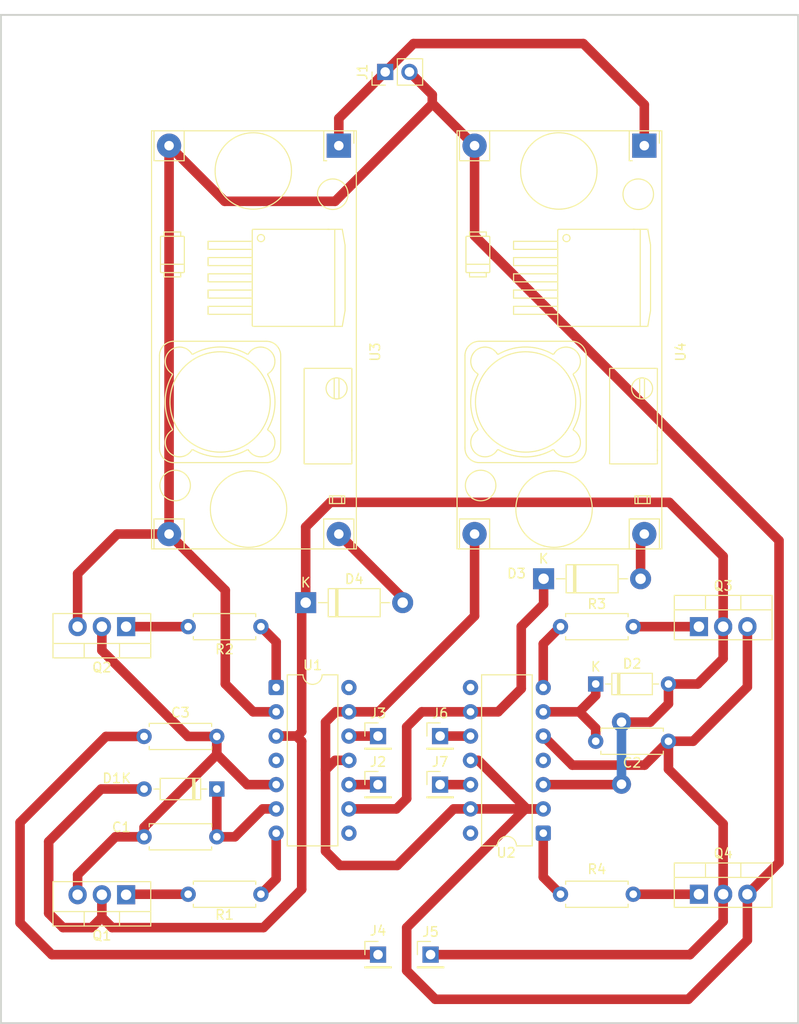
<source format=kicad_pcb>
(kicad_pcb (version 20241229) (generator "pcbnew") (generator_version "9.0")
  (layers (0 "F.Cu" signal) (2 "B.Cu" signal) (13 "F.Paste" user) (15 "B.Paste" user) (5 "F.SilkS" user "F.Silkscreen") (7 "B.SilkS" user "B.Silkscreen") (1 "F.Mask" user) (3 "B.Mask" user) (25 "Edge.Cuts" user))
  (net 0 "")
  (net 1 "/OUT_A")
  (net 2 "Net-(D1-K)")
  (net 3 "Net-(D2-K)")
  (net 4 "/OUT_B")
  (net 5 "Net-(J4-Pin_1)")
  (net 6 "GND")
  (net 7 "+24V")
  (net 8 "+12V")
  (net 9 "+5V")
  (net 10 "PWM_HI1")
  (net 11 "PWM_LO1")
  (net 12 "PWM_HI2")
  (net 13 "PWM_LO2")
  (net 14 "/Q1_G")
  (net 15 "/Q2_G")
  (net 16 "/Q3_G")
  (net 17 "/Q4_G")
  (net 18 "/HO_1")
  (net 19 "/LO_1")
  (net 20 "/HO_2")
  (net 21 "/LO_2")
  (net 28 "Net-(D3-A)")
  (net 29 "Net-(D4-A)")
  (footprint "Diode_THT:D_DO-35_SOD27_P7.62mm_Horizontal" (layer "F.Cu") (at 170.3 114.51)
    (property "Reference" "D2" (at 3.81 -2.12 0) (layer "F.SilkS"))
    (property "Value" "1N4148")
    (fp_text user "K" (at 0 -1.8 0) (layer "F.SilkS"))
    (pad "1" thru_hole rect (at 0 0) (size 1.6 1.6) (drill 0.8) (layers "*.Cu" "*.Mask") (net 3 "Net-(D2-K)"))
    (pad "2" thru_hole oval (at 7.62 0) (size 1.6 1.6) (drill 0.8) (layers "*.Cu" "*.Mask") (net 8 "+12V"))
  )
  (footprint "Diode_THT:D_DO-35_SOD27_P7.62mm_Horizontal" (layer "F.Cu") (at 130.61 125.5 180)
    (property "Reference" "D1" (at 11 1.12 0) (layer "F.SilkS"))
    (property "Value" "1N4148")
    (fp_text user "K" (at 9.5 1.12 0) (layer "F.SilkS"))
    (pad "1" thru_hole rect (at 0 0 180) (size 1.6 1.6) (drill 0.8) (layers "*.Cu" "*.Mask") (net 2 "Net-(D1-K)"))
    (pad "2" thru_hole oval (at 7.62 0 180) (size 1.6 1.6) (drill 0.8) (layers "*.Cu" "*.Mask") (net 8 "+12V"))
  )
  (footprint "Diode_THT:D_DO-41_SOD81_P10.16mm_Horizontal" (layer "F.Cu") (at 139.92 106)
    (property "Reference" "D4" (at 5.08 -2.47 0) (layer "F.SilkS"))
    (property "Value" "1N5817")
    (fp_text user "K" (at 0 -2.1 0) (layer "F.SilkS"))
    (pad "1" thru_hole rect (at 0 0) (size 2.2 2.2) (drill 1.1) (layers "*.Cu" "*.Mask") (net 8 "+12V"))
    (pad "2" thru_hole oval (at 10.16 0) (size 2.2 2.2) (drill 1.1) (layers "*.Cu" "*.Mask") (net 29 "Net-(D4-A)"))
  )
  (footprint "Package_TO_SOT_THT:TO-220-3_Vertical" (layer "F.Cu") (at 181.11 108.51)
    (property "Reference" "Q3" (at 2.54 -4.27 0) (layer "F.SilkS"))
    (property "Value" "IRFZ46NPBF")
    (pad "1" thru_hole rect (at 0 0) (size 1.905 2) (drill 1.1) (layers "*.Cu" "*.Mask") (net 16 "/Q3_G"))
    (pad "2" thru_hole oval (at 2.54 0) (size 1.905 2) (drill 1.1) (layers "*.Cu" "*.Mask") (net 8 "+12V"))
    (pad "3" thru_hole oval (at 5.08 0) (size 1.905 2) (drill 1.1) (layers "*.Cu" "*.Mask") (net 4 "/OUT_B"))
  )
  (footprint "Package_TO_SOT_THT:TO-220-3_Vertical" (layer "F.Cu") (at 181.11 136.51)
    (property "Reference" "Q4" (at 2.54 -4.27 0) (layer "F.SilkS"))
    (property "Value" "IRFZ46NPBF")
    (pad "1" thru_hole rect (at 0 0) (size 1.905 2) (drill 1.1) (layers "*.Cu" "*.Mask") (net 17 "/Q4_G"))
    (pad "2" thru_hole oval (at 2.54 0) (size 1.905 2) (drill 1.1) (layers "*.Cu" "*.Mask") (net 4 "/OUT_B"))
    (pad "3" thru_hole oval (at 5.08 0) (size 1.905 2) (drill 1.1) (layers "*.Cu" "*.Mask") (net 6 "GND"))
  )
  (footprint "Connector_PinHeader_2.54mm:PinHeader_1x01_P2.54mm_Vertical" (layer "F.Cu") (at 154 125.04)
    (property "Reference" "J7" (at 0 -2.38 0) (layer "F.SilkS"))
    (property "Value" "Conn_01x01_Pin")
    (pad "1" thru_hole rect (at 0 0) (size 1.7 1.7) (drill 1) (layers "*.Cu" "*.Mask") (net 13 "PWM_LO2"))
  )
  (footprint "Package_TO_SOT_THT:TO-220-3_Vertical" (layer "F.Cu") (at 121.11 108.51 180)
    (property "Reference" "Q2" (at 2.54 -4.27 0) (layer "F.SilkS"))
    (property "Value" "IRFZ46NPBF")
    (pad "1" thru_hole rect (at 0 0 180) (size 1.905 2) (drill 1.1) (layers "*.Cu" "*.Mask") (net 15 "/Q2_G"))
    (pad "2" thru_hole oval (at 2.54 0 180) (size 1.905 2) (drill 1.1) (layers "*.Cu" "*.Mask") (net 1 "/OUT_A"))
    (pad "3" thru_hole oval (at 5.08 0 180) (size 1.905 2) (drill 1.1) (layers "*.Cu" "*.Mask") (net 6 "GND"))
  )
  (footprint "Connector_PinHeader_2.54mm:PinHeader_1x01_P2.54mm_Vertical" (layer "F.Cu") (at 147.5 119.96)
    (property "Reference" "J3" (at 0 -2.38 0) (layer "F.SilkS"))
    (property "Value" "Conn_01x01_Pin")
    (pad "1" thru_hole rect (at 0 0) (size 1.7 1.7) (drill 1) (layers "*.Cu" "*.Mask") (net 11 "PWM_LO1"))
  )
  (footprint "Package_TO_SOT_THT:TO-220-3_Vertical" (layer "F.Cu") (at 121.11 136.565 180)
    (property "Reference" "Q1" (at 2.54 -4.27 0) (layer "F.SilkS"))
    (property "Value" "IRFZ46NPBF")
    (pad "1" thru_hole rect (at 0 0 180) (size 1.905 2) (drill 1.1) (layers "*.Cu" "*.Mask") (net 14 "/Q1_G"))
    (pad "2" thru_hole oval (at 2.54 0 180) (size 1.905 2) (drill 1.1) (layers "*.Cu" "*.Mask") (net 8 "+12V"))
    (pad "3" thru_hole oval (at 5.08 0 180) (size 1.905 2) (drill 1.1) (layers "*.Cu" "*.Mask") (net 1 "/OUT_A"))
  )
  (footprint "Connector_PinHeader_2.54mm:PinHeader_1x01_P2.54mm_Vertical" (layer "F.Cu") (at 153 142.83)
    (property "Reference" "J5" (at 0 -2.38 0) (layer "F.SilkS"))
    (property "Value" "Conn_01x01_Socket")
    (pad "1" thru_hole rect (at 0 0) (size 1.7 1.7) (drill 1) (layers "*.Cu" "*.Mask") (net 4 "/OUT_B"))
  )
  (footprint "Resistor_THT:R_Axial_DIN0207_L6.3mm_D2.5mm_P7.62mm_Horizontal" (layer "F.Cu") (at 127.61 136.51)
    (property "Reference" "R1" (at 3.81 2.15 0) (layer "F.SilkS"))
    (property "Value" "10Ω")
    (pad "1" thru_hole circle (at 0 0) (size 1.6 1.6) (drill 0.8) (layers "*.Cu" "*.Mask") (net 14 "/Q1_G"))
    (pad "2" thru_hole oval (at 7.62 0) (size 1.6 1.6) (drill 0.8) (layers "*.Cu" "*.Mask") (net 18 "/HO_1"))
  )
  (footprint "Resistor_THT:R_Axial_DIN0207_L6.3mm_D2.5mm_P7.62mm_Horizontal" (layer "F.Cu") (at 130.61 120 180)
    (property "Reference" "C3" (at 3.81 2.5 0) (layer "F.SilkS"))
    (property "Value" "330nF")
    (pad "1" thru_hole circle (at 0 0 180) (size 1.6 1.6) (drill 0.8) (layers "*.Cu" "*.Mask") (net 1 "/OUT_A"))
    (pad "2" thru_hole oval (at 7.62 0 180) (size 1.6 1.6) (drill 0.8) (layers "*.Cu" "*.Mask") (net 5 "Net-(J4-Pin_1)"))
  )
  (footprint "LM2596S-Module:YAAJ_DCDC_StepDown_LM2596" (layer "F.Cu") (at 143.39 58.18 -90)
    (property "Reference" "U3" (at 21.59 -3.81 90) (layer "F.SilkS"))
    (property "Value" "YAAJ_DCDC_StepDown_LM2596")
    (pad "1" thru_hole rect (at 0 0 270) (size 2.54 2.54) (drill 1) (layers "*.Cu" "*.Mask") (net 7 "+24V"))
    (pad "2" thru_hole circle (at 0 17.78 270) (size 2.54 2.54) (drill 1) (layers "*.Cu" "*.Mask") (net 6 "GND"))
    (pad "3" thru_hole circle (at 40.64 17.78 270) (size 2.54 2.54) (drill 1) (layers "*.Cu" "*.Mask") (net 6 "GND"))
    (pad "4" thru_hole circle (at 40.64 0 270) (size 2.54 2.54) (drill 1) (layers "*.Cu" "*.Mask") (net 29 "Net-(D4-A)"))
  )
  (footprint "Resistor_THT:R_Axial_DIN0207_L6.3mm_D2.5mm_P7.62mm_Horizontal" (layer "F.Cu") (at 166.61 136.51)
    (property "Reference" "R4" (at 3.81 -2.62 0) (layer "F.SilkS"))
    (property "Value" "10Ω")
    (pad "1" thru_hole circle (at 0 0) (size 1.6 1.6) (drill 0.8) (layers "*.Cu" "*.Mask") (net 21 "/LO_2"))
    (pad "2" thru_hole oval (at 7.62 0) (size 1.6 1.6) (drill 0.8) (layers "*.Cu" "*.Mask") (net 17 "/Q4_G"))
  )
  (footprint "LM2596S-Module:YAAJ_DCDC_StepDown_LM2596" (layer "F.Cu") (at 175.39 58.18 -90)
    (property "Reference" "U4" (at 21.59 -3.81 90) (layer "F.SilkS"))
    (property "Value" "YAAJ_DCDC_StepDown_LM2596")
    (pad "1" thru_hole rect (at 0 0 270) (size 2.54 2.54) (drill 1) (layers "*.Cu" "*.Mask") (net 7 "+24V"))
    (pad "2" thru_hole circle (at 0 17.78 270) (size 2.54 2.54) (drill 1) (layers "*.Cu" "*.Mask") (net 6 "GND"))
    (pad "3" thru_hole circle (at 40.64 17.78 270) (size 2.54 2.54) (drill 1) (layers "*.Cu" "*.Mask") (net 6 "GND"))
    (pad "4" thru_hole circle (at 40.64 0 270) (size 2.54 2.54) (drill 1) (layers "*.Cu" "*.Mask") (net 28 "Net-(D3-A)"))
  )
  (footprint "Resistor_THT:R_Axial_DIN0207_L6.3mm_D2.5mm_P7.62mm_Horizontal" (layer "F.Cu") (at 135.23 108.51 180)
    (property "Reference" "R2" (at 3.81 -2.37 0) (layer "F.SilkS"))
    (property "Value" "10Ω")
    (pad "1" thru_hole circle (at 0 0 180) (size 1.6 1.6) (drill 0.8) (layers "*.Cu" "*.Mask") (net 19 "/LO_1"))
    (pad "2" thru_hole oval (at 7.62 0 180) (size 1.6 1.6) (drill 0.8) (layers "*.Cu" "*.Mask") (net 15 "/Q2_G"))
  )
  (footprint "Package_DIP:DIP-14_W7.62mm" (layer "F.Cu") (at 136.83 114.88)
    (property "Reference" "U1" (at 3.81 -2.33 0) (layer "F.SilkS"))
    (property "Value" "IR2110")
    (pad "1" thru_hole roundrect (at 0 0) (size 1.6 1.6) (drill 0.8) (layers "*.Cu" "*.Mask") (roundrect_rratio 0.15625) (net 19 "/LO_1"))
    (pad "2" thru_hole circle (at 0 2.54) (size 1.6 1.6) (drill 0.8) (layers "*.Cu" "*.Mask") (net 6 "GND"))
    (pad "3" thru_hole circle (at 0 5.08) (size 1.6 1.6) (drill 0.8) (layers "*.Cu" "*.Mask") (net 8 "+12V"))
    (pad "4" thru_hole circle (at 0 7.62) (size 1.6 1.6) (drill 0.8) (layers "*.Cu" "*.Mask"))
    (pad "5" thru_hole circle (at 0 10.16) (size 1.6 1.6) (drill 0.8) (layers "*.Cu" "*.Mask") (net 1 "/OUT_A"))
    (pad "6" thru_hole circle (at 0 12.7) (size 1.6 1.6) (drill 0.8) (layers "*.Cu" "*.Mask") (net 2 "Net-(D1-K)"))
    (pad "7" thru_hole circle (at 0 15.24) (size 1.6 1.6) (drill 0.8) (layers "*.Cu" "*.Mask") (net 18 "/HO_1"))
    (pad "8" thru_hole circle (at 7.62 15.24) (size 1.6 1.6) (drill 0.8) (layers "*.Cu" "*.Mask"))
    (pad "9" thru_hole circle (at 7.62 12.7) (size 1.6 1.6) (drill 0.8) (layers "*.Cu" "*.Mask") (net 9 "+5V"))
    (pad "10" thru_hole circle (at 7.62 10.16) (size 1.6 1.6) (drill 0.8) (layers "*.Cu" "*.Mask") (net 10 "PWM_HI1"))
    (pad "11" thru_hole circle (at 7.62 7.62) (size 1.6 1.6) (drill 0.8) (layers "*.Cu" "*.Mask") (net 6 "GND"))
    (pad "12" thru_hole circle (at 7.62 5.08) (size 1.6 1.6) (drill 0.8) (layers "*.Cu" "*.Mask") (net 11 "PWM_LO1"))
    (pad "13" thru_hole circle (at 7.62 2.54) (size 1.6 1.6) (drill 0.8) (layers "*.Cu" "*.Mask") (net 6 "GND"))
    (pad "14" thru_hole circle (at 7.62 0) (size 1.6 1.6) (drill 0.8) (layers "*.Cu" "*.Mask"))
  )
  (footprint "Connector_PinHeader_2.54mm:PinHeader_1x02_P2.54mm_Vertical" (layer "F.Cu") (at 148.25 50.4675 90)
    (property "Reference" "J1" (at 0 -2.38 90) (layer "F.SilkS"))
    (property "Value" "Conn_01x02_Socket")
    (pad "1" thru_hole rect (at 0 0 90) (size 1.7 1.7) (drill 1) (layers "*.Cu" "*.Mask") (net 7 "+24V"))
    (pad "2" thru_hole circle (at 0 2.54 90) (size 1.7 1.7) (drill 1) (layers "*.Cu" "*.Mask") (net 6 "GND"))
  )
  (footprint "Package_DIP:DIP-14_W7.62mm" (layer "F.Cu") (at 164.805 130.12 180)
    (property "Reference" "U2" (at 3.89 -2.05 0) (layer "F.SilkS"))
    (property "Value" "IR2110")
    (pad "1" thru_hole roundrect (at 0 0 180) (size 1.6 1.6) (drill 0.8) (layers "*.Cu" "*.Mask") (roundrect_rratio 0.15625) (net 21 "/LO_2"))
    (pad "2" thru_hole circle (at 0 2.54 180) (size 1.6 1.6) (drill 0.8) (layers "*.Cu" "*.Mask") (net 6 "GND"))
    (pad "3" thru_hole circle (at 0 5.08 180) (size 1.6 1.6) (drill 0.8) (layers "*.Cu" "*.Mask") (net 8 "+12V"))
    (pad "4" thru_hole circle (at 0 7.62 180) (size 1.6 1.6) (drill 0.8) (layers "*.Cu" "*.Mask"))
    (pad "5" thru_hole circle (at 0 10.16 180) (size 1.6 1.6) (drill 0.8) (layers "*.Cu" "*.Mask") (net 4 "/OUT_B"))
    (pad "6" thru_hole circle (at 0 12.7 180) (size 1.6 1.6) (drill 0.8) (layers "*.Cu" "*.Mask") (net 3 "Net-(D2-K)"))
    (pad "7" thru_hole circle (at 0 15.24 180) (size 1.6 1.6) (drill 0.8) (layers "*.Cu" "*.Mask") (net 20 "/HO_2"))
    (pad "8" thru_hole circle (at 7.62 15.24 180) (size 1.6 1.6) (drill 0.8) (layers "*.Cu" "*.Mask"))
    (pad "9" thru_hole circle (at 7.62 12.7 180) (size 1.6 1.6) (drill 0.8) (layers "*.Cu" "*.Mask") (net 9 "+5V"))
    (pad "10" thru_hole circle (at 7.62 10.16 180) (size 1.6 1.6) (drill 0.8) (layers "*.Cu" "*.Mask") (net 12 "PWM_HI2"))
    (pad "11" thru_hole circle (at 7.62 7.62 180) (size 1.6 1.6) (drill 0.8) (layers "*.Cu" "*.Mask") (net 6 "GND"))
    (pad "12" thru_hole circle (at 7.62 5.08 180) (size 1.6 1.6) (drill 0.8) (layers "*.Cu" "*.Mask") (net 13 "PWM_LO2"))
    (pad "13" thru_hole circle (at 7.62 2.54 180) (size 1.6 1.6) (drill 0.8) (layers "*.Cu" "*.Mask") (net 6 "GND"))
    (pad "14" thru_hole circle (at 7.62 0 180) (size 1.6 1.6) (drill 0.8) (layers "*.Cu" "*.Mask"))
  )
  (footprint "Connector_PinHeader_2.54mm:PinHeader_1x01_P2.54mm_Vertical" (layer "F.Cu") (at 147.5 142.83)
    (property "Reference" "J4" (at 0 -2.5 0) (layer "F.SilkS"))
    (property "Value" "Conn_01x01_Socket")
    (pad "1" thru_hole rect (at 0 0) (size 1.7 1.7) (drill 1) (layers "*.Cu" "*.Mask") (net 5 "Net-(J4-Pin_1)"))
  )
  (footprint "Connector_PinHeader_2.54mm:PinHeader_1x01_P2.54mm_Vertical" (layer "F.Cu") (at 147.5 125.04)
    (property "Reference" "J2" (at 0 -2.38 0) (layer "F.SilkS"))
    (property "Value" "Conn_01x01_Pin")
    (pad "1" thru_hole rect (at 0 0) (size 1.7 1.7) (drill 1) (layers "*.Cu" "*.Mask") (net 10 "PWM_HI1"))
  )
  (footprint "Resistor_THT:R_Axial_DIN0207_L6.3mm_D2.5mm_P7.62mm_Horizontal" (layer "F.Cu") (at 130.61 130.5 180)
    (property "Reference" "C1" (at 10 1 0) (layer "F.SilkS"))
    (property "Value" "0.1µF")
    (pad "1" thru_hole circle (at 0 0 180) (size 1.6 1.6) (drill 0.8) (layers "*.Cu" "*.Mask") (net 2 "Net-(D1-K)"))
    (pad "2" thru_hole oval (at 7.62 0 180) (size 1.6 1.6) (drill 0.8) (layers "*.Cu" "*.Mask") (net 1 "/OUT_A"))
  )
  (footprint "Diode_THT:D_DO-41_SOD81_P10.16mm_Horizontal" (layer "F.Cu") (at 164.84 103.5)
    (property "Reference" "D3" (at -2.84 -0.55 0) (layer "F.SilkS"))
    (property "Value" "1N5817")
    (fp_text user "K" (at 0 -2.1 0) (layer "F.SilkS"))
    (pad "1" thru_hole rect (at 0 0) (size 2.2 2.2) (drill 1.1) (layers "*.Cu" "*.Mask") (net 9 "+5V"))
    (pad "2" thru_hole oval (at 10.16 0) (size 2.2 2.2) (drill 1.1) (layers "*.Cu" "*.Mask") (net 28 "Net-(D3-A)"))
  )
  (footprint "Connector_PinHeader_2.54mm:PinHeader_1x01_P2.54mm_Vertical" (layer "F.Cu") (at 154 119.96)
    (property "Reference" "J6" (at 0 -2.38 0) (layer "F.SilkS"))
    (property "Value" "Conn_01x01_Pin")
    (pad "1" thru_hole rect (at 0 0) (size 1.7 1.7) (drill 1) (layers "*.Cu" "*.Mask") (net 12 "PWM_HI2"))
  )
  (footprint "Resistor_THT:R_Axial_DIN0207_L6.3mm_D2.5mm_P7.62mm_Horizontal" (layer "F.Cu") (at 166.61 108.51)
    (property "Reference" "R3" (at 3.81 -2.37 0) (layer "F.SilkS"))
    (property "Value" "10Ω")
    (pad "1" thru_hole circle (at 0 0) (size 1.6 1.6) (drill 0.8) (layers "*.Cu" "*.Mask") (net 20 "/HO_2"))
    (pad "2" thru_hole oval (at 7.62 0) (size 1.6 1.6) (drill 0.8) (layers "*.Cu" "*.Mask") (net 16 "/Q3_G"))
  )
  (footprint "Resistor_THT:R_Axial_DIN0207_L6.3mm_D2.5mm_P7.62mm_Horizontal" (layer "F.Cu") (at 170.3 120.5)
    (property "Reference" "C2" (at 3.81 2.25 0) (layer "F.SilkS"))
    (property "Value" "0.1µF")
    (pad "1" thru_hole circle (at 0 0) (size 1.6 1.6) (drill 0.8) (layers "*.Cu" "*.Mask") (net 3 "Net-(D2-K)"))
    (pad "2" thru_hole oval (at 7.62 0) (size 1.6 1.6) (drill 0.8) (layers "*.Cu" "*.Mask") (net 4 "/OUT_B"))
  )
  (gr_rect (start 108 44.5) (end 191.5 150) (stroke (width 0.2)) (fill no) (layer "Edge.Cuts"))
  (segment (start 133.79 125.04) (end 130.61 121.86) (width 1) (layer "F.Cu") (net 1))
  (segment (start 122.99 130.5) (end 122.99 129.51) (width 1) (layer "F.Cu") (net 1))
  (segment (start 116.03 134.47) (end 116.03 136.565) (width 1) (layer "F.Cu") (net 1))
  (segment (start 122.99 129.51) (end 130.61 121.89) (width 1) (layer "F.Cu") (net 1))
  (segment (start 130.61 121.86) (end 130.61 120) (width 1) (layer "F.Cu") (net 1))
  (segment (start 136.83 125.04) (end 133.79 125.04) (width 1) (layer "F.Cu") (net 1))
  (segment (start 118.57 110.9925) (end 127.5775 120) (width 1) (layer "F.Cu") (net 1))
  (segment (start 130.61 121.89) (end 130.61 120) (width 1) (layer "F.Cu") (net 1))
  (segment (start 122.99 130.5) (end 120 130.5) (width 1) (layer "F.Cu") (net 1))
  (segment (start 127.5775 120) (end 130.61 120) (width 1) (layer "F.Cu") (net 1))
  (segment (start 118.57 108.51) (end 118.57 110.9925) (width 1) (layer "F.Cu") (net 1))
  (segment (start 120 130.5) (end 116.03 134.47) (width 1) (layer "F.Cu") (net 1))
  (segment (start 135.42 127.58) (end 136.83 127.58) (width 1) (layer "F.Cu") (net 2))
  (segment (start 130.61 130.5) (end 132.5 130.5) (width 1) (layer "F.Cu") (net 2))
  (segment (start 136.83 127.58) (end 136.75 127.5) (width 1) (layer "F.Cu") (net 2))
  (segment (start 130.61 125.5) (end 130.61 130.5) (width 1) (layer "F.Cu") (net 2))
  (segment (start 132.5 130.5) (end 135.42 127.58) (width 1) (layer "F.Cu") (net 2))
  (segment (start 170.3 119.14) (end 168.58 117.42) (width 1) (layer "F.Cu") (net 3))
  (segment (start 168.58 117.42) (end 170.3 115.7) (width 1) (layer "F.Cu") (net 3))
  (segment (start 164.805 117.42) (end 168.58 117.42) (width 1) (layer "F.Cu") (net 3))
  (segment (start 170.3 115.7) (end 170.3 114.51) (width 1) (layer "F.Cu") (net 3))
  (segment (start 170.3 120.5) (end 170.3 119.14) (width 1) (layer "F.Cu") (net 3))
  (segment (start 186.19 114.81) (end 180.5 120.5) (width 1) (layer "F.Cu") (net 4))
  (segment (start 183.65 129.15) (end 177.92 123.42) (width 1) (layer "F.Cu") (net 4))
  (segment (start 183.65 139.35) (end 180.17 142.83) (width 1) (layer "F.Cu") (net 4))
  (segment (start 164.805 119.96) (end 167.845 123) (width 1) (layer "F.Cu") (net 4))
  (segment (start 175.42 123) (end 177.92 120.5) (width 1) (layer "F.Cu") (net 4))
  (segment (start 177.92 123.42) (end 177.92 120.5) (width 1) (layer "F.Cu") (net 4))
  (segment (start 180.5 120.5) (end 177.92 120.5) (width 1) (layer "F.Cu") (net 4))
  (segment (start 186.19 108.51) (end 186.19 114.81) (width 1) (layer "F.Cu") (net 4))
  (segment (start 183.65 136.51) (end 183.65 139.35) (width 1) (layer "F.Cu") (net 4))
  (segment (start 167.845 123) (end 175.42 123) (width 1) (layer "F.Cu") (net 4))
  (segment (start 180.17 142.83) (end 153 142.83) (width 1) (layer "F.Cu") (net 4))
  (segment (start 183.65 136.51) (end 183.65 129.15) (width 1) (layer "F.Cu") (net 4))
  (segment (start 122.99 120) (end 119 120) (width 1) (layer "F.Cu") (net 5))
  (segment (start 119 120) (end 110 129) (width 1) (layer "F.Cu") (net 5))
  (segment (start 110 139.5) (end 113.33 142.83) (width 1) (layer "F.Cu") (net 5))
  (segment (start 110 129) (end 110 139.5) (width 1) (layer "F.Cu") (net 5))
  (segment (start 113.33 142.83) (end 147.5 142.83) (width 1) (layer "F.Cu") (net 5))
  (segment (start 144.45 122.5) (end 143 122.5) (width 1) (layer "F.Cu") (net 6))
  (segment (start 189.5 133.2) (end 189.5 99.5) (width 1) (layer "F.Cu") (net 6))
  (segment (start 144.45 117.42) (end 143.08 117.42) (width 1) (layer "F.Cu") (net 6))
  (segment (start 153.18 53.82) (end 153.25 53.82) (width 1) (layer "F.Cu") (net 6))
  (segment (start 131.43 64) (end 143 64) (width 1) (layer "F.Cu") (net 6))
  (segment (start 150.5 140) (end 150.5 144.5) (width 1) (layer "F.Cu") (net 6))
  (segment (start 180 147.5) (end 186.19 141.31) (width 1) (layer "F.Cu") (net 6))
  (segment (start 142 118.5) (end 142 123.5) (width 1) (layer "F.Cu") (net 6))
  (segment (start 125.61 58.18) (end 125.61 98.82) (width 1) (layer "F.Cu") (net 6))
  (segment (start 143.08 117.42) (end 142 118.5) (width 1) (layer "F.Cu") (net 6))
  (segment (start 131.5 104.71) (end 125.61 98.82) (width 1) (layer "F.Cu") (net 6))
  (segment (start 143.5 133.5) (end 149.5 133.5) (width 1) (layer "F.Cu") (net 6))
  (segment (start 153.18 53.82) (end 153.18 52.8575) (width 1) (layer "F.Cu") (net 6))
  (segment (start 136.83 117.42) (end 134.42 117.42) (width 1) (layer "F.Cu") (net 6))
  (segment (start 116.03 102.97) (end 120.18 98.82) (width 1) (layer "F.Cu") (net 6))
  (segment (start 142 123.5) (end 142 132) (width 1) (layer "F.Cu") (net 6))
  (segment (start 153.25 53.82) (end 157.61 58.18) (width 1) (layer "F.Cu") (net 6))
  (segment (start 142 132) (end 143.5 133.5) (width 1) (layer "F.Cu") (net 6))
  (segment (start 157.61 107.39) (end 147.58 117.42) (width 1) (layer "F.Cu") (net 6))
  (segment (start 158 122.5) (end 157.185 122.5) (width 1) (layer "F.Cu") (net 6))
  (segment (start 134.42 117.42) (end 131.5 114.5) (width 1) (layer "F.Cu") (net 6))
  (segment (start 186.19 141.31) (end 186.19 136.51) (width 1) (layer "F.Cu") (net 6))
  (segment (start 157.185 127.58) (end 164.805 127.58) (width 1) (layer "F.Cu") (net 6))
  (segment (start 143 64) (end 153.18 53.82) (width 1) (layer "F.Cu") (net 6))
  (segment (start 163.08 127.58) (end 158 122.5) (width 1) (layer "F.Cu") (net 6))
  (segment (start 125.61 58.18) (end 131.43 64) (width 1) (layer "F.Cu") (net 6))
  (segment (start 147.58 117.42) (end 144.45 117.42) (width 1) (layer "F.Cu") (net 6))
  (segment (start 153.18 52.8575) (end 150.79 50.4675) (width 1) (layer "F.Cu") (net 6))
  (segment (start 150.5 144.5) (end 153.5 147.5) (width 1) (layer "F.Cu") (net 6))
  (segment (start 116.03 108.51) (end 116.03 102.97) (width 1) (layer "F.Cu") (net 6))
  (segment (start 149.5 133.5) (end 155.42 127.58) (width 1) (layer "F.Cu") (net 6))
  (segment (start 157.61 98.82) (end 157.61 107.39) (width 1) (layer "F.Cu") (net 6))
  (segment (start 153.5 147.5) (end 180 147.5) (width 1) (layer "F.Cu") (net 6))
  (segment (start 131.5 114.5) (end 131.5 104.71) (width 1) (layer "F.Cu") (net 6))
  (segment (start 162.92 127.58) (end 150.5 140) (width 1) (layer "F.Cu") (net 6))
  (segment (start 189.5 99.5) (end 157.61 67.61) (width 1) (layer "F.Cu") (net 6))
  (segment (start 164.805 127.58) (end 162.92 127.58) (width 1) (layer "F.Cu") (net 6))
  (segment (start 157.61 67.61) (end 157.61 58.18) (width 1) (layer "F.Cu") (net 6))
  (segment (start 155.42 127.58) (end 157.185 127.58) (width 1) (layer "F.Cu") (net 6))
  (segment (start 143 122.5) (end 142 123.5) (width 1) (layer "F.Cu") (net 6))
  (segment (start 120.18 98.82) (end 125.61 98.82) (width 1) (layer "F.Cu") (net 6))
  (segment (start 164.805 127.58) (end 163.08 127.58) (width 1) (layer "F.Cu") (net 6))
  (segment (start 186.19 136.51) (end 189.5 133.2) (width 1) (layer "F.Cu") (net 6))
  (segment (start 143.39 58.18) (end 143.39 55.3275) (width 1) (layer "F.Cu") (net 7))
  (segment (start 175.39 58.18) (end 175.39 53.89) (width 1) (layer "F.Cu") (net 7))
  (segment (start 169 47.5) (end 151.2175 47.5) (width 1) (layer "F.Cu") (net 7))
  (segment (start 151.2175 47.5) (end 148.25 50.4675) (width 1) (layer "F.Cu") (net 7))
  (segment (start 175.39 53.89) (end 169 47.5) (width 1) (layer "F.Cu") (net 7))
  (segment (start 143.39 55.3275) (end 148.25 50.4675) (width 1) (layer "F.Cu") (net 7))
  (segment (start 178 95.5) (end 142.5 95.5) (width 1) (layer "F.Cu") (net 8))
  (segment (start 118.57 138.93) (end 118.57 136.565) (width 1) (layer "F.Cu") (net 8))
  (segment (start 119.64 140) (end 135.5 140) (width 1) (layer "F.Cu") (net 8))
  (segment (start 177.92 116.58) (end 177.92 114.51) (width 1) (layer "F.Cu") (net 8))
  (segment (start 118.5 125.5) (end 113 131) (width 1) (layer "F.Cu") (net 8))
  (segment (start 138.96 119.96) (end 136.83 119.96) (width 1) (layer "F.Cu") (net 8))
  (segment (start 139.5 120.5) (end 138.96 119.96) (width 1) (layer "F.Cu") (net 8))
  (segment (start 183.65 111.85) (end 183.65 108.51) (width 1) (layer "F.Cu") (net 8))
  (segment (start 139.5 119.5) (end 139.04 119.96) (width 1) (layer "F.Cu") (net 8))
  (segment (start 177.92 114.51) (end 180.99 114.51) (width 1) (layer "F.Cu") (net 8))
  (segment (start 183.65 108.51) (end 183.65 101.15) (width 1) (layer "F.Cu") (net 8))
  (segment (start 180.99 114.51) (end 183.65 111.85) (width 1) (layer "F.Cu") (net 8))
  (segment (start 139.5 136) (end 139.5 120.5) (width 1) (layer "F.Cu") (net 8))
  (segment (start 135.5 140) (end 139.5 136) (width 1) (layer "F.Cu") (net 8))
  (segment (start 118.57 138.93) (end 119.64 140) (width 1) (layer "F.Cu") (net 8))
  (segment (start 183.65 101.15) (end 178 95.5) (width 1) (layer "F.Cu") (net 8))
  (segment (start 142.5 95.5) (end 139.92 98.08) (width 1) (layer "F.Cu") (net 8))
  (segment (start 139.92 106) (end 139.5 106.42) (width 1) (layer "F.Cu") (net 8))
  (segment (start 114.5 140) (end 117.5 140) (width 1) (layer "F.Cu") (net 8))
  (segment (start 113 131) (end 113 138.5) (width 1) (layer "F.Cu") (net 8))
  (segment (start 122.99 125.5) (end 118.5 125.5) (width 1) (layer "F.Cu") (net 8))
  (segment (start 139.92 98.08) (end 139.92 106) (width 1) (layer "F.Cu") (net 8))
  (segment (start 164.805 125.04) (end 172.96 125.04) (width 1) (layer "F.Cu") (net 8))
  (segment (start 139.5 106.42) (end 139.5 119.5) (width 1) (layer "F.Cu") (net 8))
  (segment (start 176 118.5) (end 177.92 116.58) (width 1) (layer "F.Cu") (net 8))
  (segment (start 113 138.5) (end 114.5 140) (width 1) (layer "F.Cu") (net 8))
  (segment (start 139.04 119.96) (end 136.83 119.96) (width 1) (layer "F.Cu") (net 8))
  (segment (start 117.5 140) (end 118.57 138.93) (width 1) (layer "F.Cu") (net 8))
  (segment (start 172.96 125.04) (end 173 125) (width 1) (layer "F.Cu") (net 8))
  (segment (start 173 118.5) (end 176 118.5) (width 1) (layer "F.Cu") (net 8))
  (via (at 173 125) (size 2) (drill 1) (layers "F.Cu" "B.Cu") (net 8))
  (via (at 173 118.5) (size 2) (drill 1) (layers "F.Cu" "B.Cu") (net 8))
  (segment (start 173 125) (end 173 118.5) (width 1) (layer "B.Cu") (net 8))
  (segment (start 162.5 115) (end 162.5 108.5) (width 1) (layer "F.Cu") (net 9))
  (segment (start 157.185 117.42) (end 160.08 117.42) (width 1) (layer "F.Cu") (net 9))
  (segment (start 150.5 119) (end 152.08 117.42) (width 1) (layer "F.Cu") (net 9))
  (segment (start 149.42 127.58) (end 150.5 126.5) (width 1) (layer "F.Cu") (net 9))
  (segment (start 144.45 127.58) (end 149.42 127.58) (width 1) (layer "F.Cu") (net 9))
  (segment (start 150.5 126.5) (end 150.5 119) (width 1) (layer "F.Cu") (net 9))
  (segment (start 152.08 117.42) (end 157.185 117.42) (width 1) (layer "F.Cu") (net 9))
  (segment (start 160.08 117.42) (end 162.5 115) (width 1) (layer "F.Cu") (net 9))
  (segment (start 164.84 106.16) (end 164.84 103.5) (width 1) (layer "F.Cu") (net 9))
  (segment (start 162.5 108.5) (end 164.84 106.16) (width 1) (layer "F.Cu") (net 9))
  (segment (start 144.45 125.04) (end 147.5 125.04) (width 1) (layer "F.Cu") (net 10))
  (segment (start 144.45 119.96) (end 147.5 119.96) (width 1) (layer "F.Cu") (net 11))
  (segment (start 154 119.96) (end 157.185 119.96) (width 1) (layer "F.Cu") (net 12))
  (segment (start 154 125.04) (end 157.185 125.04) (width 1) (layer "F.Cu") (net 13))
  (segment (start 127.61 136.51) (end 121.165 136.51) (width 1) (layer "F.Cu") (net 14))
  (segment (start 121.165 136.51) (end 121.11 136.565) (width 1) (layer "F.Cu") (net 14))
  (segment (start 127.61 108.51) (end 121.11 108.51) (width 1) (layer "F.Cu") (net 15))
  (segment (start 174.23 108.51) (end 181.11 108.51) (width 1) (layer "F.Cu") (net 16))
  (segment (start 174.23 136.51) (end 181.11 136.51) (width 1) (layer "F.Cu") (net 17))
  (segment (start 136.83 130.12) (end 136.83 134.91) (width 1) (layer "F.Cu") (net 18))
  (segment (start 136.83 134.91) (end 135.23 136.51) (width 1) (layer "F.Cu") (net 18))
  (segment (start 136.83 110.11) (end 135.23 108.51) (width 1) (layer "F.Cu") (net 19))
  (segment (start 136.83 114.88) (end 136.83 110.11) (width 1) (layer "F.Cu") (net 19))
  (segment (start 164.805 110.315) (end 166.61 108.51) (width 1) (layer "F.Cu") (net 20))
  (segment (start 164.805 114.88) (end 164.805 110.315) (width 1) (layer "F.Cu") (net 20))
  (segment (start 164.805 130.12) (end 164.805 134.705) (width 1) (layer "F.Cu") (net 21))
  (segment (start 164.805 134.705) (end 166.61 136.51) (width 1) (layer "F.Cu") (net 21))
  (segment (start 175 99.21) (end 175.39 98.82) (width 1) (layer "F.Cu") (net 28))
  (segment (start 175 103.5) (end 175 99.21) (width 1) (layer "F.Cu") (net 28))
  (segment (start 150.08 105.51) (end 143.39 98.82) (width 1) (layer "F.Cu") (net 29))
  (segment (start 150.08 106) (end 150.08 105.51) (width 1) (layer "F.Cu") (net 29))
)
</source>
